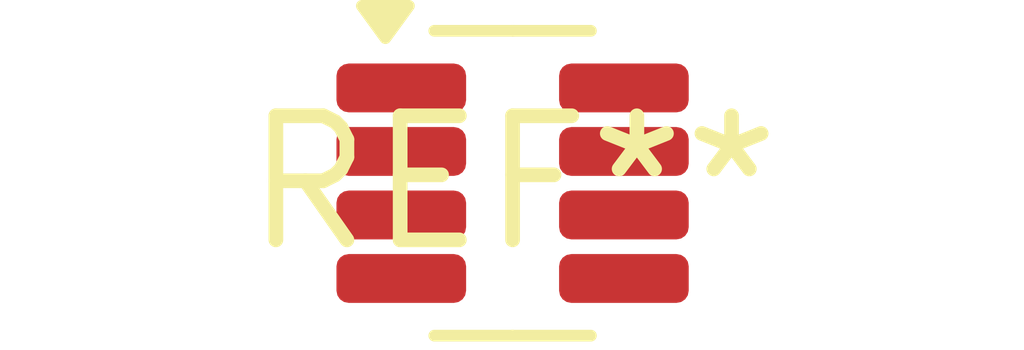
<source format=kicad_pcb>
(kicad_pcb (version 20240108) (generator pcbnew)
  (layers (0 "F.Cu" signal) (31 "B.Cu" signal) (34 "B.Paste" user) (35 "F.Paste" user) (36 "B.SilkS" user "B.Silkscreen") (37 "F.SilkS" user "F.Silkscreen") (38 "B.Mask" user) (39 "F.Mask" user) (44 "Edge.Cuts" user))
  (net 0 "")
  (footprint "SOT-23-8" (layer "F.Cu") (at 0 0)
    (property "Reference" "REF**")
    (property "Value" "SOT-23-8")
    (fp_line (start 0 -1.56) (end -0.8 -1.56) (layer "F.SilkS") (stroke (width 0.12)))
    (fp_line (start 0 -1.56) (end 0.8 -1.56) (layer "F.SilkS") (stroke (width 0.12)))
    (fp_line (start 0 1.56) (end -0.8 1.56) (layer "F.SilkS") (stroke (width 0.12)))
    (fp_line (start 0 1.56) (end 0.8 1.56) (layer "F.SilkS") (stroke (width 0.12)))
    (fp_poly (pts (xy -1.3 -1.485) (xy -1.54 -1.815) (xy -1.06 -1.815) (xy -1.3 -1.485)) (layer "F.SilkS") (stroke (width 0.12)) (fill solid))
    (pad "1" smd roundrect (at -1.1375 -0.975) (size 1.325 0.5) (layers "F.Cu" "F.Paste" "F.Mask"))
    (pad "2" smd roundrect (at -1.1375 -0.325) (size 1.325 0.5) (layers "F.Cu" "F.Paste" "F.Mask"))
    (pad "3" smd roundrect (at -1.1375 0.325) (size 1.325 0.5) (layers "F.Cu" "F.Paste" "F.Mask"))
    (pad "4" smd roundrect (at -1.1375 0.975) (size 1.325 0.5) (layers "F.Cu" "F.Paste" "F.Mask"))
    (pad "5" smd roundrect (at 1.1375 0.975) (size 1.325 0.5) (layers "F.Cu" "F.Paste" "F.Mask"))
    (pad "6" smd roundrect (at 1.1375 0.325) (size 1.325 0.5) (layers "F.Cu" "F.Paste" "F.Mask"))
    (pad "7" smd roundrect (at 1.1375 -0.325) (size 1.325 0.5) (layers "F.Cu" "F.Paste" "F.Mask"))
    (pad "8" smd roundrect (at 1.1375 -0.975) (size 1.325 0.5) (layers "F.Cu" "F.Paste" "F.Mask"))
  )
)
</source>
